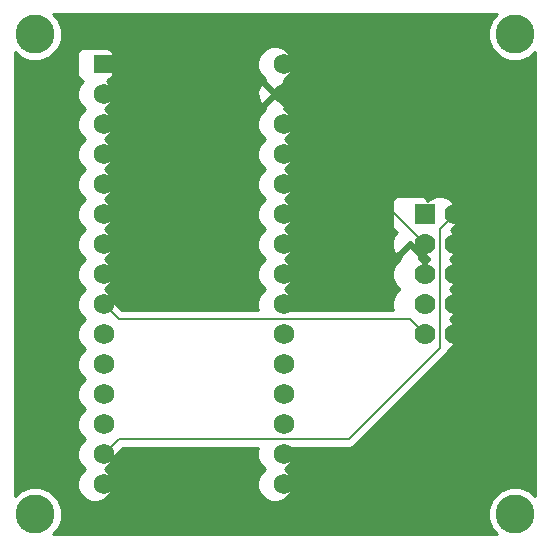
<source format=gbl>
G04 (created by PCBNEW-RS274X (2011-07-19)-testing) date Fri 10 Feb 2012 03:23:04 PM PST*
G01*
G70*
G90*
%MOIN*%
G04 Gerber Fmt 3.4, Leading zero omitted, Abs format*
%FSLAX34Y34*%
G04 APERTURE LIST*
%ADD10C,0.006000*%
%ADD11R,0.069000X0.060000*%
%ADD12C,0.069000*%
%ADD13R,0.070000X0.070000*%
%ADD14C,0.070000*%
%ADD15C,0.130000*%
%ADD16C,0.008000*%
%ADD17C,0.010000*%
G04 APERTURE END LIST*
G54D10*
G54D11*
X48300Y-32000D03*
G54D12*
X48300Y-33000D03*
X48300Y-34000D03*
X48300Y-35000D03*
X48300Y-36000D03*
X48300Y-37000D03*
X48300Y-38000D03*
X48300Y-39000D03*
X48300Y-40000D03*
X48300Y-41000D03*
X48300Y-42000D03*
X48300Y-43000D03*
X48300Y-44000D03*
X48300Y-45000D03*
X48300Y-46000D03*
X54300Y-46000D03*
X54300Y-45000D03*
X54300Y-44000D03*
X54300Y-43000D03*
X54300Y-42000D03*
X54300Y-41000D03*
X54300Y-40000D03*
X54300Y-39000D03*
X54300Y-38000D03*
X54300Y-37000D03*
X54300Y-36000D03*
X54300Y-35000D03*
X54300Y-34000D03*
X54300Y-33000D03*
X54300Y-32000D03*
G54D13*
X59000Y-37000D03*
G54D14*
X60000Y-37000D03*
X59000Y-38000D03*
X60000Y-38000D03*
X59000Y-39000D03*
X60000Y-39000D03*
X59000Y-40000D03*
X60000Y-40000D03*
X59000Y-41000D03*
X60000Y-41000D03*
G54D15*
X62000Y-31000D03*
X62000Y-47000D03*
X46000Y-47000D03*
X46000Y-31000D03*
G54D16*
X48811Y-44489D02*
X48300Y-45000D01*
X56483Y-44489D02*
X48811Y-44489D01*
X59500Y-41472D02*
X56483Y-44489D01*
X59500Y-37500D02*
X59500Y-41472D01*
X60000Y-37000D02*
X59500Y-37500D01*
X48800Y-40500D02*
X48300Y-40000D01*
X58500Y-40500D02*
X48800Y-40500D01*
X59000Y-41000D02*
X58500Y-40500D01*
X54300Y-33300D02*
X54300Y-33000D01*
X59000Y-38000D02*
X54300Y-33300D01*
G54D10*
G36*
X62675Y-46402D02*
X62511Y-46238D01*
X62180Y-46100D01*
X61822Y-46100D01*
X61491Y-46237D01*
X61238Y-46489D01*
X61100Y-46820D01*
X61100Y-47178D01*
X61237Y-47509D01*
X61402Y-47675D01*
X60290Y-47675D01*
X60290Y-37000D01*
X60268Y-36889D01*
X60205Y-36795D01*
X60111Y-36732D01*
X60030Y-36716D01*
X60008Y-36661D01*
X59839Y-36492D01*
X59619Y-36401D01*
X59381Y-36401D01*
X59161Y-36492D01*
X59085Y-36567D01*
X59061Y-36509D01*
X58991Y-36439D01*
X58900Y-36401D01*
X58801Y-36401D01*
X58101Y-36401D01*
X58009Y-36439D01*
X57939Y-36509D01*
X57901Y-36600D01*
X57901Y-36699D01*
X57901Y-37399D01*
X57939Y-37491D01*
X58009Y-37561D01*
X58056Y-37580D01*
X57998Y-37639D01*
X58033Y-37674D01*
X57987Y-37690D01*
X57907Y-37909D01*
X57918Y-38144D01*
X57987Y-38310D01*
X58086Y-38343D01*
X58394Y-38035D01*
X58429Y-38000D01*
X58500Y-37929D01*
X58571Y-38000D01*
X58606Y-38035D01*
X58914Y-38343D01*
X58984Y-38319D01*
X58992Y-38339D01*
X59153Y-38500D01*
X59000Y-38653D01*
X58839Y-38492D01*
X58819Y-38484D01*
X58843Y-38414D01*
X58500Y-38071D01*
X58429Y-38142D01*
X58157Y-38414D01*
X58180Y-38484D01*
X58161Y-38492D01*
X57992Y-38661D01*
X57901Y-38881D01*
X57901Y-39119D01*
X57992Y-39339D01*
X58153Y-39500D01*
X57992Y-39661D01*
X57901Y-39881D01*
X57901Y-40119D01*
X57938Y-40210D01*
X54555Y-40210D01*
X54594Y-40118D01*
X54594Y-39882D01*
X54504Y-39664D01*
X54340Y-39500D01*
X54503Y-39337D01*
X54594Y-39118D01*
X54594Y-38882D01*
X54504Y-38664D01*
X54340Y-38500D01*
X54503Y-38337D01*
X54594Y-38118D01*
X54594Y-37882D01*
X54504Y-37664D01*
X54340Y-37500D01*
X54503Y-37337D01*
X54594Y-37118D01*
X54594Y-36882D01*
X54504Y-36664D01*
X54340Y-36500D01*
X54503Y-36337D01*
X54594Y-36118D01*
X54594Y-35882D01*
X54504Y-35664D01*
X54340Y-35500D01*
X54503Y-35337D01*
X54594Y-35118D01*
X54594Y-34882D01*
X54504Y-34664D01*
X54340Y-34500D01*
X54503Y-34337D01*
X54594Y-34118D01*
X54594Y-33882D01*
X54594Y-32118D01*
X54594Y-31882D01*
X54504Y-31664D01*
X54337Y-31497D01*
X54118Y-31406D01*
X53882Y-31406D01*
X53664Y-31496D01*
X53497Y-31663D01*
X53406Y-31882D01*
X53406Y-32118D01*
X53496Y-32336D01*
X53663Y-32503D01*
X53685Y-32512D01*
X53661Y-32590D01*
X54000Y-32929D01*
X54339Y-32590D01*
X54314Y-32512D01*
X54336Y-32504D01*
X54503Y-32337D01*
X54594Y-32118D01*
X54594Y-33882D01*
X54588Y-33867D01*
X54588Y-33090D01*
X54578Y-32858D01*
X54508Y-32692D01*
X54410Y-32661D01*
X54071Y-33000D01*
X54410Y-33339D01*
X54508Y-33308D01*
X54588Y-33090D01*
X54588Y-33867D01*
X54504Y-33664D01*
X54337Y-33497D01*
X54314Y-33487D01*
X54339Y-33410D01*
X54000Y-33071D01*
X53929Y-33142D01*
X53929Y-33000D01*
X53590Y-32661D01*
X53492Y-32692D01*
X53412Y-32910D01*
X53422Y-33142D01*
X53492Y-33308D01*
X53590Y-33339D01*
X53929Y-33000D01*
X53929Y-33142D01*
X53661Y-33410D01*
X53685Y-33487D01*
X53664Y-33496D01*
X53497Y-33663D01*
X53406Y-33882D01*
X53406Y-34118D01*
X53496Y-34336D01*
X53660Y-34500D01*
X53497Y-34663D01*
X53406Y-34882D01*
X53406Y-35118D01*
X53496Y-35336D01*
X53660Y-35500D01*
X53497Y-35663D01*
X53406Y-35882D01*
X53406Y-36118D01*
X53496Y-36336D01*
X53660Y-36500D01*
X53497Y-36663D01*
X53406Y-36882D01*
X53406Y-37118D01*
X53496Y-37336D01*
X53660Y-37500D01*
X53497Y-37663D01*
X53406Y-37882D01*
X53406Y-38118D01*
X53496Y-38336D01*
X53660Y-38500D01*
X53497Y-38663D01*
X53406Y-38882D01*
X53406Y-39118D01*
X53496Y-39336D01*
X53660Y-39500D01*
X53497Y-39663D01*
X53406Y-39882D01*
X53406Y-40118D01*
X53443Y-40210D01*
X48920Y-40210D01*
X48594Y-39884D01*
X48594Y-39882D01*
X48504Y-39664D01*
X48340Y-39500D01*
X48503Y-39337D01*
X48594Y-39118D01*
X48594Y-38882D01*
X48504Y-38664D01*
X48340Y-38500D01*
X48503Y-38337D01*
X48594Y-38118D01*
X48594Y-37882D01*
X48504Y-37664D01*
X48340Y-37500D01*
X48503Y-37337D01*
X48594Y-37118D01*
X48594Y-36882D01*
X48504Y-36664D01*
X48340Y-36500D01*
X48503Y-36337D01*
X48594Y-36118D01*
X48594Y-35882D01*
X48504Y-35664D01*
X48340Y-35500D01*
X48503Y-35337D01*
X48594Y-35118D01*
X48594Y-34882D01*
X48504Y-34664D01*
X48340Y-34500D01*
X48503Y-34337D01*
X48594Y-34118D01*
X48594Y-33882D01*
X48504Y-33664D01*
X48340Y-33500D01*
X48503Y-33337D01*
X48594Y-33118D01*
X48594Y-32882D01*
X48504Y-32664D01*
X48389Y-32549D01*
X48394Y-32549D01*
X48486Y-32511D01*
X48556Y-32441D01*
X48594Y-32350D01*
X48594Y-32251D01*
X48594Y-31651D01*
X48556Y-31559D01*
X48486Y-31489D01*
X48395Y-31451D01*
X48296Y-31451D01*
X47606Y-31451D01*
X47514Y-31489D01*
X47444Y-31559D01*
X47406Y-31650D01*
X47406Y-31749D01*
X47406Y-32349D01*
X47444Y-32441D01*
X47514Y-32511D01*
X47605Y-32549D01*
X47611Y-32549D01*
X47497Y-32663D01*
X47406Y-32882D01*
X47406Y-33118D01*
X47496Y-33336D01*
X47660Y-33500D01*
X47497Y-33663D01*
X47406Y-33882D01*
X47406Y-34118D01*
X47496Y-34336D01*
X47660Y-34500D01*
X47497Y-34663D01*
X47406Y-34882D01*
X47406Y-35118D01*
X47496Y-35336D01*
X47660Y-35500D01*
X47497Y-35663D01*
X47406Y-35882D01*
X47406Y-36118D01*
X47496Y-36336D01*
X47660Y-36500D01*
X47497Y-36663D01*
X47406Y-36882D01*
X47406Y-37118D01*
X47496Y-37336D01*
X47660Y-37500D01*
X47497Y-37663D01*
X47406Y-37882D01*
X47406Y-38118D01*
X47496Y-38336D01*
X47660Y-38500D01*
X47497Y-38663D01*
X47406Y-38882D01*
X47406Y-39118D01*
X47496Y-39336D01*
X47660Y-39500D01*
X47497Y-39663D01*
X47406Y-39882D01*
X47406Y-40118D01*
X47496Y-40336D01*
X47660Y-40500D01*
X47497Y-40663D01*
X47406Y-40882D01*
X47406Y-41118D01*
X47496Y-41336D01*
X47660Y-41500D01*
X47497Y-41663D01*
X47406Y-41882D01*
X47406Y-42118D01*
X47496Y-42336D01*
X47660Y-42500D01*
X47497Y-42663D01*
X47406Y-42882D01*
X47406Y-43118D01*
X47496Y-43336D01*
X47660Y-43500D01*
X47497Y-43663D01*
X47406Y-43882D01*
X47406Y-44118D01*
X47496Y-44336D01*
X47660Y-44500D01*
X47497Y-44663D01*
X47406Y-44882D01*
X47406Y-45118D01*
X47496Y-45336D01*
X47660Y-45500D01*
X47497Y-45663D01*
X47406Y-45882D01*
X47406Y-46118D01*
X47496Y-46336D01*
X47663Y-46503D01*
X47882Y-46594D01*
X48118Y-46594D01*
X48336Y-46504D01*
X48503Y-46337D01*
X48594Y-46118D01*
X48594Y-45882D01*
X48504Y-45664D01*
X48340Y-45500D01*
X48503Y-45337D01*
X48594Y-45118D01*
X48594Y-45116D01*
X48931Y-44779D01*
X53448Y-44779D01*
X53406Y-44882D01*
X53406Y-45118D01*
X53496Y-45336D01*
X53660Y-45500D01*
X53497Y-45663D01*
X53406Y-45882D01*
X53406Y-46118D01*
X53496Y-46336D01*
X53663Y-46503D01*
X53882Y-46594D01*
X54118Y-46594D01*
X54336Y-46504D01*
X54503Y-46337D01*
X54594Y-46118D01*
X54594Y-45882D01*
X54504Y-45664D01*
X54340Y-45500D01*
X54503Y-45337D01*
X54594Y-45118D01*
X54594Y-44882D01*
X54551Y-44779D01*
X56483Y-44779D01*
X56594Y-44757D01*
X56688Y-44694D01*
X59705Y-41678D01*
X59705Y-41677D01*
X59768Y-41583D01*
X59777Y-41533D01*
X59839Y-41508D01*
X60008Y-41339D01*
X60099Y-41119D01*
X60099Y-40881D01*
X60008Y-40661D01*
X59847Y-40500D01*
X60008Y-40339D01*
X60099Y-40119D01*
X60099Y-39881D01*
X60008Y-39661D01*
X59847Y-39500D01*
X60008Y-39339D01*
X60099Y-39119D01*
X60099Y-38881D01*
X60008Y-38661D01*
X59847Y-38500D01*
X60008Y-38339D01*
X60099Y-38119D01*
X60099Y-37881D01*
X60008Y-37661D01*
X59878Y-37531D01*
X60205Y-37205D01*
X60268Y-37111D01*
X60290Y-37000D01*
X60290Y-47675D01*
X46597Y-47675D01*
X46762Y-47511D01*
X46900Y-47180D01*
X46900Y-46822D01*
X46763Y-46491D01*
X46511Y-46238D01*
X46180Y-46100D01*
X45822Y-46100D01*
X45491Y-46237D01*
X45325Y-46402D01*
X45325Y-31597D01*
X45489Y-31762D01*
X45820Y-31900D01*
X46178Y-31900D01*
X46509Y-31763D01*
X46762Y-31511D01*
X46900Y-31180D01*
X46900Y-30822D01*
X46763Y-30491D01*
X46597Y-30325D01*
X61402Y-30325D01*
X61238Y-30489D01*
X61100Y-30820D01*
X61100Y-31178D01*
X61237Y-31509D01*
X61489Y-31762D01*
X61820Y-31900D01*
X62178Y-31900D01*
X62509Y-31763D01*
X62675Y-31597D01*
X62675Y-46402D01*
X62675Y-46402D01*
G37*
G54D17*
X62675Y-46402D02*
X62511Y-46238D01*
X62180Y-46100D01*
X61822Y-46100D01*
X61491Y-46237D01*
X61238Y-46489D01*
X61100Y-46820D01*
X61100Y-47178D01*
X61237Y-47509D01*
X61402Y-47675D01*
X60290Y-47675D01*
X60290Y-37000D01*
X60268Y-36889D01*
X60205Y-36795D01*
X60111Y-36732D01*
X60030Y-36716D01*
X60008Y-36661D01*
X59839Y-36492D01*
X59619Y-36401D01*
X59381Y-36401D01*
X59161Y-36492D01*
X59085Y-36567D01*
X59061Y-36509D01*
X58991Y-36439D01*
X58900Y-36401D01*
X58801Y-36401D01*
X58101Y-36401D01*
X58009Y-36439D01*
X57939Y-36509D01*
X57901Y-36600D01*
X57901Y-36699D01*
X57901Y-37399D01*
X57939Y-37491D01*
X58009Y-37561D01*
X58056Y-37580D01*
X57998Y-37639D01*
X58033Y-37674D01*
X57987Y-37690D01*
X57907Y-37909D01*
X57918Y-38144D01*
X57987Y-38310D01*
X58086Y-38343D01*
X58394Y-38035D01*
X58429Y-38000D01*
X58500Y-37929D01*
X58571Y-38000D01*
X58606Y-38035D01*
X58914Y-38343D01*
X58984Y-38319D01*
X58992Y-38339D01*
X59153Y-38500D01*
X59000Y-38653D01*
X58839Y-38492D01*
X58819Y-38484D01*
X58843Y-38414D01*
X58500Y-38071D01*
X58429Y-38142D01*
X58157Y-38414D01*
X58180Y-38484D01*
X58161Y-38492D01*
X57992Y-38661D01*
X57901Y-38881D01*
X57901Y-39119D01*
X57992Y-39339D01*
X58153Y-39500D01*
X57992Y-39661D01*
X57901Y-39881D01*
X57901Y-40119D01*
X57938Y-40210D01*
X54555Y-40210D01*
X54594Y-40118D01*
X54594Y-39882D01*
X54504Y-39664D01*
X54340Y-39500D01*
X54503Y-39337D01*
X54594Y-39118D01*
X54594Y-38882D01*
X54504Y-38664D01*
X54340Y-38500D01*
X54503Y-38337D01*
X54594Y-38118D01*
X54594Y-37882D01*
X54504Y-37664D01*
X54340Y-37500D01*
X54503Y-37337D01*
X54594Y-37118D01*
X54594Y-36882D01*
X54504Y-36664D01*
X54340Y-36500D01*
X54503Y-36337D01*
X54594Y-36118D01*
X54594Y-35882D01*
X54504Y-35664D01*
X54340Y-35500D01*
X54503Y-35337D01*
X54594Y-35118D01*
X54594Y-34882D01*
X54504Y-34664D01*
X54340Y-34500D01*
X54503Y-34337D01*
X54594Y-34118D01*
X54594Y-33882D01*
X54594Y-32118D01*
X54594Y-31882D01*
X54504Y-31664D01*
X54337Y-31497D01*
X54118Y-31406D01*
X53882Y-31406D01*
X53664Y-31496D01*
X53497Y-31663D01*
X53406Y-31882D01*
X53406Y-32118D01*
X53496Y-32336D01*
X53663Y-32503D01*
X53685Y-32512D01*
X53661Y-32590D01*
X54000Y-32929D01*
X54339Y-32590D01*
X54314Y-32512D01*
X54336Y-32504D01*
X54503Y-32337D01*
X54594Y-32118D01*
X54594Y-33882D01*
X54588Y-33867D01*
X54588Y-33090D01*
X54578Y-32858D01*
X54508Y-32692D01*
X54410Y-32661D01*
X54071Y-33000D01*
X54410Y-33339D01*
X54508Y-33308D01*
X54588Y-33090D01*
X54588Y-33867D01*
X54504Y-33664D01*
X54337Y-33497D01*
X54314Y-33487D01*
X54339Y-33410D01*
X54000Y-33071D01*
X53929Y-33142D01*
X53929Y-33000D01*
X53590Y-32661D01*
X53492Y-32692D01*
X53412Y-32910D01*
X53422Y-33142D01*
X53492Y-33308D01*
X53590Y-33339D01*
X53929Y-33000D01*
X53929Y-33142D01*
X53661Y-33410D01*
X53685Y-33487D01*
X53664Y-33496D01*
X53497Y-33663D01*
X53406Y-33882D01*
X53406Y-34118D01*
X53496Y-34336D01*
X53660Y-34500D01*
X53497Y-34663D01*
X53406Y-34882D01*
X53406Y-35118D01*
X53496Y-35336D01*
X53660Y-35500D01*
X53497Y-35663D01*
X53406Y-35882D01*
X53406Y-36118D01*
X53496Y-36336D01*
X53660Y-36500D01*
X53497Y-36663D01*
X53406Y-36882D01*
X53406Y-37118D01*
X53496Y-37336D01*
X53660Y-37500D01*
X53497Y-37663D01*
X53406Y-37882D01*
X53406Y-38118D01*
X53496Y-38336D01*
X53660Y-38500D01*
X53497Y-38663D01*
X53406Y-38882D01*
X53406Y-39118D01*
X53496Y-39336D01*
X53660Y-39500D01*
X53497Y-39663D01*
X53406Y-39882D01*
X53406Y-40118D01*
X53443Y-40210D01*
X48920Y-40210D01*
X48594Y-39884D01*
X48594Y-39882D01*
X48504Y-39664D01*
X48340Y-39500D01*
X48503Y-39337D01*
X48594Y-39118D01*
X48594Y-38882D01*
X48504Y-38664D01*
X48340Y-38500D01*
X48503Y-38337D01*
X48594Y-38118D01*
X48594Y-37882D01*
X48504Y-37664D01*
X48340Y-37500D01*
X48503Y-37337D01*
X48594Y-37118D01*
X48594Y-36882D01*
X48504Y-36664D01*
X48340Y-36500D01*
X48503Y-36337D01*
X48594Y-36118D01*
X48594Y-35882D01*
X48504Y-35664D01*
X48340Y-35500D01*
X48503Y-35337D01*
X48594Y-35118D01*
X48594Y-34882D01*
X48504Y-34664D01*
X48340Y-34500D01*
X48503Y-34337D01*
X48594Y-34118D01*
X48594Y-33882D01*
X48504Y-33664D01*
X48340Y-33500D01*
X48503Y-33337D01*
X48594Y-33118D01*
X48594Y-32882D01*
X48504Y-32664D01*
X48389Y-32549D01*
X48394Y-32549D01*
X48486Y-32511D01*
X48556Y-32441D01*
X48594Y-32350D01*
X48594Y-32251D01*
X48594Y-31651D01*
X48556Y-31559D01*
X48486Y-31489D01*
X48395Y-31451D01*
X48296Y-31451D01*
X47606Y-31451D01*
X47514Y-31489D01*
X47444Y-31559D01*
X47406Y-31650D01*
X47406Y-31749D01*
X47406Y-32349D01*
X47444Y-32441D01*
X47514Y-32511D01*
X47605Y-32549D01*
X47611Y-32549D01*
X47497Y-32663D01*
X47406Y-32882D01*
X47406Y-33118D01*
X47496Y-33336D01*
X47660Y-33500D01*
X47497Y-33663D01*
X47406Y-33882D01*
X47406Y-34118D01*
X47496Y-34336D01*
X47660Y-34500D01*
X47497Y-34663D01*
X47406Y-34882D01*
X47406Y-35118D01*
X47496Y-35336D01*
X47660Y-35500D01*
X47497Y-35663D01*
X47406Y-35882D01*
X47406Y-36118D01*
X47496Y-36336D01*
X47660Y-36500D01*
X47497Y-36663D01*
X47406Y-36882D01*
X47406Y-37118D01*
X47496Y-37336D01*
X47660Y-37500D01*
X47497Y-37663D01*
X47406Y-37882D01*
X47406Y-38118D01*
X47496Y-38336D01*
X47660Y-38500D01*
X47497Y-38663D01*
X47406Y-38882D01*
X47406Y-39118D01*
X47496Y-39336D01*
X47660Y-39500D01*
X47497Y-39663D01*
X47406Y-39882D01*
X47406Y-40118D01*
X47496Y-40336D01*
X47660Y-40500D01*
X47497Y-40663D01*
X47406Y-40882D01*
X47406Y-41118D01*
X47496Y-41336D01*
X47660Y-41500D01*
X47497Y-41663D01*
X47406Y-41882D01*
X47406Y-42118D01*
X47496Y-42336D01*
X47660Y-42500D01*
X47497Y-42663D01*
X47406Y-42882D01*
X47406Y-43118D01*
X47496Y-43336D01*
X47660Y-43500D01*
X47497Y-43663D01*
X47406Y-43882D01*
X47406Y-44118D01*
X47496Y-44336D01*
X47660Y-44500D01*
X47497Y-44663D01*
X47406Y-44882D01*
X47406Y-45118D01*
X47496Y-45336D01*
X47660Y-45500D01*
X47497Y-45663D01*
X47406Y-45882D01*
X47406Y-46118D01*
X47496Y-46336D01*
X47663Y-46503D01*
X47882Y-46594D01*
X48118Y-46594D01*
X48336Y-46504D01*
X48503Y-46337D01*
X48594Y-46118D01*
X48594Y-45882D01*
X48504Y-45664D01*
X48340Y-45500D01*
X48503Y-45337D01*
X48594Y-45118D01*
X48594Y-45116D01*
X48931Y-44779D01*
X53448Y-44779D01*
X53406Y-44882D01*
X53406Y-45118D01*
X53496Y-45336D01*
X53660Y-45500D01*
X53497Y-45663D01*
X53406Y-45882D01*
X53406Y-46118D01*
X53496Y-46336D01*
X53663Y-46503D01*
X53882Y-46594D01*
X54118Y-46594D01*
X54336Y-46504D01*
X54503Y-46337D01*
X54594Y-46118D01*
X54594Y-45882D01*
X54504Y-45664D01*
X54340Y-45500D01*
X54503Y-45337D01*
X54594Y-45118D01*
X54594Y-44882D01*
X54551Y-44779D01*
X56483Y-44779D01*
X56594Y-44757D01*
X56688Y-44694D01*
X59705Y-41678D01*
X59705Y-41677D01*
X59768Y-41583D01*
X59777Y-41533D01*
X59839Y-41508D01*
X60008Y-41339D01*
X60099Y-41119D01*
X60099Y-40881D01*
X60008Y-40661D01*
X59847Y-40500D01*
X60008Y-40339D01*
X60099Y-40119D01*
X60099Y-39881D01*
X60008Y-39661D01*
X59847Y-39500D01*
X60008Y-39339D01*
X60099Y-39119D01*
X60099Y-38881D01*
X60008Y-38661D01*
X59847Y-38500D01*
X60008Y-38339D01*
X60099Y-38119D01*
X60099Y-37881D01*
X60008Y-37661D01*
X59878Y-37531D01*
X60205Y-37205D01*
X60268Y-37111D01*
X60290Y-37000D01*
X60290Y-47675D01*
X46597Y-47675D01*
X46762Y-47511D01*
X46900Y-47180D01*
X46900Y-46822D01*
X46763Y-46491D01*
X46511Y-46238D01*
X46180Y-46100D01*
X45822Y-46100D01*
X45491Y-46237D01*
X45325Y-46402D01*
X45325Y-31597D01*
X45489Y-31762D01*
X45820Y-31900D01*
X46178Y-31900D01*
X46509Y-31763D01*
X46762Y-31511D01*
X46900Y-31180D01*
X46900Y-30822D01*
X46763Y-30491D01*
X46597Y-30325D01*
X61402Y-30325D01*
X61238Y-30489D01*
X61100Y-30820D01*
X61100Y-31178D01*
X61237Y-31509D01*
X61489Y-31762D01*
X61820Y-31900D01*
X62178Y-31900D01*
X62509Y-31763D01*
X62675Y-31597D01*
X62675Y-46402D01*
M02*

</source>
